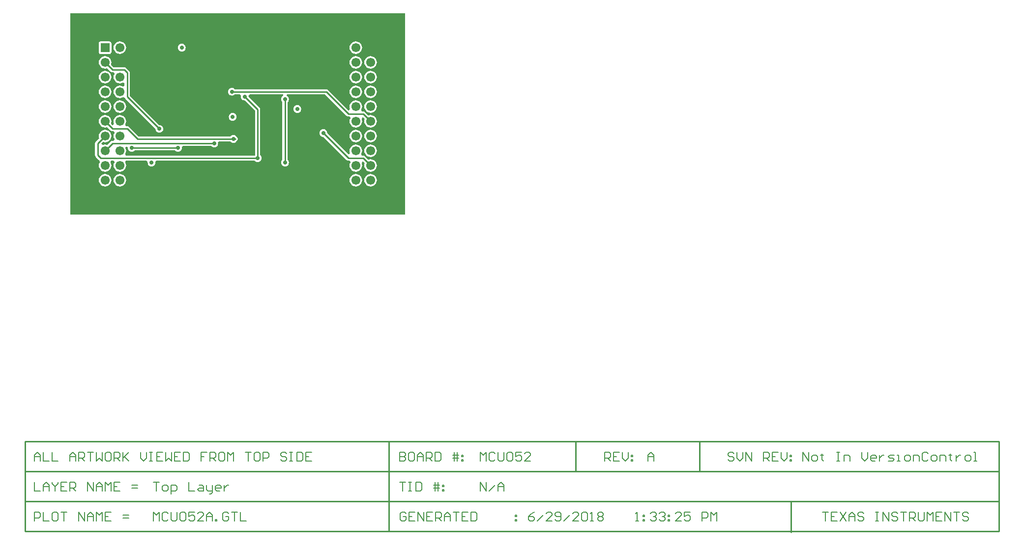
<source format=gtl>
G04 Layer_Physical_Order=1*
G04 Layer_Color=255*
%FSAX25Y25*%
%MOIN*%
G70*
G01*
G75*
%ADD10C,0.01000*%
%ADD11C,0.00800*%
%ADD12C,0.06102*%
G04:AMPARAMS|DCode=13|XSize=61.02mil|YSize=61.02mil|CornerRadius=1.83mil|HoleSize=0mil|Usage=FLASHONLY|Rotation=270.000|XOffset=0mil|YOffset=0mil|HoleType=Round|Shape=RoundedRectangle|*
%AMROUNDEDRECTD13*
21,1,0.06102,0.05736,0,0,270.0*
21,1,0.05736,0.06102,0,0,270.0*
1,1,0.00366,-0.02868,-0.02868*
1,1,0.00366,-0.02868,0.02868*
1,1,0.00366,0.02868,0.02868*
1,1,0.00366,0.02868,-0.02868*
%
%ADD13ROUNDEDRECTD13*%
%ADD14C,0.02800*%
G36*
X0297671Y0254929D02*
X0070729D01*
Y0391871D01*
X0297671D01*
Y0254929D01*
D02*
G37*
%LPC*%
G36*
X0180700Y0324022D02*
X0180021Y0323933D01*
X0179389Y0323671D01*
X0178846Y0323254D01*
X0178429Y0322711D01*
X0178167Y0322079D01*
X0178078Y0321400D01*
X0178167Y0320721D01*
X0178429Y0320089D01*
X0178846Y0319546D01*
X0179389Y0319129D01*
X0180021Y0318867D01*
X0180700Y0318778D01*
X0181379Y0318867D01*
X0182011Y0319129D01*
X0182554Y0319546D01*
X0182971Y0320089D01*
X0183233Y0320721D01*
X0183322Y0321400D01*
X0183233Y0322079D01*
X0182971Y0322711D01*
X0182554Y0323254D01*
X0182011Y0323671D01*
X0181379Y0323933D01*
X0180700Y0324022D01*
D02*
G37*
G36*
X0180263Y0341085D02*
X0179584Y0340996D01*
X0178952Y0340734D01*
X0178409Y0340317D01*
X0177992Y0339774D01*
X0177730Y0339142D01*
X0177641Y0338463D01*
X0177730Y0337784D01*
X0177992Y0337152D01*
X0178409Y0336609D01*
X0178952Y0336192D01*
X0179584Y0335930D01*
X0180263Y0335841D01*
X0180942Y0335930D01*
X0181574Y0336192D01*
X0182117Y0336609D01*
X0182210Y0336730D01*
X0185693D01*
X0186372Y0335829D01*
X0186382Y0335730D01*
X0186302Y0335124D01*
X0186391Y0334446D01*
X0186653Y0333813D01*
X0187070Y0333270D01*
X0187613Y0332853D01*
X0188246Y0332591D01*
X0188924Y0332502D01*
X0189076Y0332522D01*
X0195938Y0325660D01*
Y0295347D01*
X0195817Y0295254D01*
X0195724Y0295133D01*
X0108312D01*
X0107819Y0296133D01*
X0107913Y0296256D01*
X0108342Y0297290D01*
X0108488Y0298400D01*
X0108342Y0299510D01*
X0108035Y0300250D01*
X0108434Y0301040D01*
X0108642Y0301238D01*
X0108881Y0301248D01*
X0109580Y0300414D01*
X0109578Y0300400D01*
X0109667Y0299721D01*
X0109929Y0299089D01*
X0110346Y0298546D01*
X0110889Y0298129D01*
X0111521Y0297867D01*
X0112200Y0297778D01*
X0112879Y0297867D01*
X0113511Y0298129D01*
X0114054Y0298546D01*
X0114147Y0298667D01*
X0141753D01*
X0141846Y0298546D01*
X0142389Y0298129D01*
X0143021Y0297867D01*
X0143700Y0297778D01*
X0144379Y0297867D01*
X0145011Y0298129D01*
X0145554Y0298546D01*
X0145971Y0299089D01*
X0146233Y0299721D01*
X0146322Y0300400D01*
X0146287Y0300667D01*
X0146960Y0301667D01*
X0166253D01*
X0166346Y0301546D01*
X0166889Y0301129D01*
X0167521Y0300867D01*
X0168200Y0300778D01*
X0168879Y0300867D01*
X0169511Y0301129D01*
X0170054Y0301546D01*
X0170471Y0302089D01*
X0170733Y0302721D01*
X0170822Y0303400D01*
X0170787Y0303667D01*
X0171460Y0304667D01*
X0179253D01*
X0179346Y0304546D01*
X0179889Y0304129D01*
X0180521Y0303867D01*
X0181200Y0303778D01*
X0181879Y0303867D01*
X0182511Y0304129D01*
X0183054Y0304546D01*
X0183339Y0304917D01*
X0183725Y0305174D01*
X0184101Y0305737D01*
X0184232Y0306400D01*
X0184101Y0307063D01*
X0183725Y0307626D01*
X0183339Y0307884D01*
X0183054Y0308254D01*
X0182511Y0308671D01*
X0181879Y0308933D01*
X0181200Y0309022D01*
X0180521Y0308933D01*
X0179889Y0308671D01*
X0179346Y0308254D01*
X0179253Y0308133D01*
X0116918D01*
X0110426Y0314626D01*
X0109863Y0315001D01*
X0109200Y0315133D01*
X0108312D01*
X0107819Y0316133D01*
X0107913Y0316256D01*
X0108342Y0317290D01*
X0108488Y0318400D01*
X0108342Y0319510D01*
X0107913Y0320544D01*
X0107232Y0321432D01*
X0106344Y0322113D01*
X0105310Y0322542D01*
X0104200Y0322688D01*
X0103090Y0322542D01*
X0102056Y0322113D01*
X0101168Y0321432D01*
X0100487Y0320544D01*
X0100058Y0319510D01*
X0099912Y0318400D01*
X0100058Y0317290D01*
X0100207Y0316932D01*
X0099615Y0315821D01*
X0099285Y0315766D01*
X0098172Y0316880D01*
X0098342Y0317290D01*
X0098488Y0318400D01*
X0098342Y0319510D01*
X0097913Y0320544D01*
X0097232Y0321432D01*
X0096344Y0322113D01*
X0095310Y0322542D01*
X0094200Y0322688D01*
X0093090Y0322542D01*
X0092056Y0322113D01*
X0091168Y0321432D01*
X0090487Y0320544D01*
X0090058Y0319510D01*
X0089912Y0318400D01*
X0090058Y0317290D01*
X0090487Y0316256D01*
X0091168Y0315368D01*
X0092056Y0314687D01*
X0093090Y0314258D01*
X0094200Y0314112D01*
X0095310Y0314258D01*
X0095720Y0314428D01*
X0097974Y0312174D01*
X0098537Y0311799D01*
X0099200Y0311667D01*
X0100088D01*
X0100581Y0310667D01*
X0100487Y0310544D01*
X0100058Y0309510D01*
X0099912Y0308400D01*
X0100058Y0307290D01*
X0100487Y0306256D01*
X0100581Y0306133D01*
X0100088Y0305133D01*
X0099200D01*
X0098537Y0305001D01*
X0097974Y0304626D01*
X0095720Y0302372D01*
X0095310Y0302542D01*
X0094200Y0302688D01*
X0093090Y0302542D01*
X0092732Y0302393D01*
X0091621Y0302985D01*
X0091566Y0303315D01*
X0092680Y0304428D01*
X0093090Y0304258D01*
X0094200Y0304112D01*
X0095310Y0304258D01*
X0096344Y0304687D01*
X0097232Y0305368D01*
X0097913Y0306256D01*
X0098342Y0307290D01*
X0098488Y0308400D01*
X0098342Y0309510D01*
X0097913Y0310544D01*
X0097232Y0311432D01*
X0096344Y0312113D01*
X0095310Y0312542D01*
X0094200Y0312688D01*
X0093090Y0312542D01*
X0092056Y0312113D01*
X0091168Y0311432D01*
X0090487Y0310544D01*
X0090058Y0309510D01*
X0089912Y0308400D01*
X0090058Y0307290D01*
X0090228Y0306880D01*
X0087974Y0304626D01*
X0087599Y0304063D01*
X0087467Y0303400D01*
Y0295400D01*
X0087599Y0294737D01*
X0087974Y0294174D01*
X0089974Y0292174D01*
X0090307Y0291952D01*
X0090616Y0291068D01*
X0090650Y0290757D01*
X0090487Y0290544D01*
X0090058Y0289510D01*
X0089912Y0288400D01*
X0090058Y0287290D01*
X0090487Y0286256D01*
X0091168Y0285368D01*
X0092056Y0284687D01*
X0093090Y0284258D01*
X0094200Y0284112D01*
X0095310Y0284258D01*
X0096344Y0284687D01*
X0097232Y0285368D01*
X0097913Y0286256D01*
X0098342Y0287290D01*
X0098488Y0288400D01*
X0098342Y0289510D01*
X0097913Y0290544D01*
X0097819Y0290667D01*
X0098312Y0291667D01*
X0100088D01*
X0100581Y0290667D01*
X0100487Y0290544D01*
X0100058Y0289510D01*
X0099912Y0288400D01*
X0100058Y0287290D01*
X0100487Y0286256D01*
X0101168Y0285368D01*
X0102056Y0284687D01*
X0103090Y0284258D01*
X0104200Y0284112D01*
X0105310Y0284258D01*
X0106344Y0284687D01*
X0107232Y0285368D01*
X0107913Y0286256D01*
X0108342Y0287290D01*
X0108488Y0288400D01*
X0108342Y0289510D01*
X0107913Y0290544D01*
X0107819Y0290667D01*
X0108312Y0291667D01*
X0122440D01*
X0123113Y0290667D01*
X0123078Y0290400D01*
X0123167Y0289721D01*
X0123429Y0289089D01*
X0123846Y0288546D01*
X0124389Y0288129D01*
X0125021Y0287867D01*
X0125700Y0287778D01*
X0126379Y0287867D01*
X0127011Y0288129D01*
X0127554Y0288546D01*
X0127971Y0289089D01*
X0128233Y0289721D01*
X0128323Y0290400D01*
X0128287Y0290667D01*
X0128961Y0291667D01*
X0195724D01*
X0195817Y0291546D01*
X0196360Y0291129D01*
X0196992Y0290867D01*
X0197671Y0290778D01*
X0198350Y0290867D01*
X0198982Y0291129D01*
X0199525Y0291546D01*
X0199942Y0292089D01*
X0200204Y0292721D01*
X0200293Y0293400D01*
X0200204Y0294079D01*
X0199942Y0294711D01*
X0199525Y0295254D01*
X0199404Y0295347D01*
Y0326378D01*
X0199272Y0327041D01*
X0198897Y0327603D01*
X0191527Y0334973D01*
X0191547Y0335124D01*
X0191467Y0335730D01*
X0191477Y0335829D01*
X0192156Y0336730D01*
X0214831D01*
X0215030Y0335730D01*
X0214889Y0335671D01*
X0214346Y0335254D01*
X0213929Y0334711D01*
X0213667Y0334079D01*
X0213578Y0333400D01*
X0213667Y0332721D01*
X0213929Y0332089D01*
X0214346Y0331546D01*
X0214467Y0331453D01*
Y0292347D01*
X0214346Y0292254D01*
X0213929Y0291711D01*
X0213667Y0291079D01*
X0213578Y0290400D01*
X0213667Y0289721D01*
X0213929Y0289089D01*
X0214346Y0288546D01*
X0214889Y0288129D01*
X0215521Y0287867D01*
X0216200Y0287778D01*
X0216879Y0287867D01*
X0217511Y0288129D01*
X0218054Y0288546D01*
X0218471Y0289089D01*
X0218733Y0289721D01*
X0218822Y0290400D01*
X0218733Y0291079D01*
X0218471Y0291711D01*
X0218054Y0292254D01*
X0217933Y0292347D01*
Y0331453D01*
X0218054Y0331546D01*
X0218471Y0332089D01*
X0218733Y0332721D01*
X0218822Y0333400D01*
X0218733Y0334079D01*
X0218471Y0334711D01*
X0218054Y0335254D01*
X0217511Y0335671D01*
X0217370Y0335730D01*
X0217569Y0336730D01*
X0243419D01*
X0257974Y0322174D01*
X0257974Y0322174D01*
X0258537Y0321799D01*
X0259200Y0321667D01*
X0260088D01*
X0260581Y0320667D01*
X0260487Y0320544D01*
X0260058Y0319510D01*
X0259912Y0318400D01*
X0260058Y0317290D01*
X0260487Y0316256D01*
X0261168Y0315368D01*
X0262056Y0314687D01*
X0263090Y0314258D01*
X0264200Y0314112D01*
X0265310Y0314258D01*
X0266344Y0314687D01*
X0267232Y0315368D01*
X0267913Y0316256D01*
X0268342Y0317290D01*
X0268488Y0318400D01*
X0268342Y0319510D01*
X0268193Y0319868D01*
X0268785Y0320979D01*
X0269115Y0321034D01*
X0270228Y0319920D01*
X0270058Y0319510D01*
X0269912Y0318400D01*
X0270058Y0317290D01*
X0270487Y0316256D01*
X0271168Y0315368D01*
X0272056Y0314687D01*
X0273090Y0314258D01*
X0274200Y0314112D01*
X0275310Y0314258D01*
X0276344Y0314687D01*
X0277232Y0315368D01*
X0277913Y0316256D01*
X0278342Y0317290D01*
X0278488Y0318400D01*
X0278342Y0319510D01*
X0277913Y0320544D01*
X0277232Y0321432D01*
X0276344Y0322113D01*
X0275310Y0322542D01*
X0274200Y0322688D01*
X0273090Y0322542D01*
X0272680Y0322372D01*
X0270426Y0324626D01*
X0269863Y0325001D01*
X0269200Y0325133D01*
X0268312D01*
X0267819Y0326133D01*
X0267913Y0326256D01*
X0268342Y0327290D01*
X0268488Y0328400D01*
X0268342Y0329510D01*
X0267913Y0330544D01*
X0267232Y0331432D01*
X0266344Y0332113D01*
X0265310Y0332542D01*
X0264200Y0332688D01*
X0263090Y0332542D01*
X0262056Y0332113D01*
X0261168Y0331432D01*
X0260487Y0330544D01*
X0260058Y0329510D01*
X0259912Y0328400D01*
X0260058Y0327290D01*
X0260207Y0326932D01*
X0259615Y0325821D01*
X0259285Y0325766D01*
X0245363Y0339689D01*
X0244800Y0340064D01*
X0244137Y0340196D01*
X0182210D01*
X0182117Y0340317D01*
X0181574Y0340734D01*
X0180942Y0340996D01*
X0180263Y0341085D01*
D02*
G37*
G36*
X0274200Y0312688D02*
X0273090Y0312542D01*
X0272056Y0312113D01*
X0271168Y0311432D01*
X0270487Y0310544D01*
X0270058Y0309510D01*
X0269912Y0308400D01*
X0270058Y0307290D01*
X0270487Y0306256D01*
X0271168Y0305368D01*
X0272056Y0304687D01*
X0273090Y0304258D01*
X0274200Y0304112D01*
X0275310Y0304258D01*
X0276344Y0304687D01*
X0277232Y0305368D01*
X0277913Y0306256D01*
X0278342Y0307290D01*
X0278488Y0308400D01*
X0278342Y0309510D01*
X0277913Y0310544D01*
X0277232Y0311432D01*
X0276344Y0312113D01*
X0275310Y0312542D01*
X0274200Y0312688D01*
D02*
G37*
G36*
Y0332688D02*
X0273090Y0332542D01*
X0272056Y0332113D01*
X0271168Y0331432D01*
X0270487Y0330544D01*
X0270058Y0329510D01*
X0269912Y0328400D01*
X0270058Y0327290D01*
X0270487Y0326256D01*
X0271168Y0325368D01*
X0272056Y0324687D01*
X0273090Y0324258D01*
X0274200Y0324112D01*
X0275310Y0324258D01*
X0276344Y0324687D01*
X0277232Y0325368D01*
X0277913Y0326256D01*
X0278342Y0327290D01*
X0278488Y0328400D01*
X0278342Y0329510D01*
X0277913Y0330544D01*
X0277232Y0331432D01*
X0276344Y0332113D01*
X0275310Y0332542D01*
X0274200Y0332688D01*
D02*
G37*
G36*
X0104200D02*
X0103090Y0332542D01*
X0102056Y0332113D01*
X0101168Y0331432D01*
X0100487Y0330544D01*
X0100058Y0329510D01*
X0099912Y0328400D01*
X0100058Y0327290D01*
X0100487Y0326256D01*
X0101168Y0325368D01*
X0102056Y0324687D01*
X0103090Y0324258D01*
X0104200Y0324112D01*
X0105310Y0324258D01*
X0106344Y0324687D01*
X0107232Y0325368D01*
X0107913Y0326256D01*
X0108342Y0327290D01*
X0108488Y0328400D01*
X0108342Y0329510D01*
X0107913Y0330544D01*
X0107232Y0331432D01*
X0106344Y0332113D01*
X0105310Y0332542D01*
X0104200Y0332688D01*
D02*
G37*
G36*
X0094200D02*
X0093090Y0332542D01*
X0092056Y0332113D01*
X0091168Y0331432D01*
X0090487Y0330544D01*
X0090058Y0329510D01*
X0089912Y0328400D01*
X0090058Y0327290D01*
X0090487Y0326256D01*
X0091168Y0325368D01*
X0092056Y0324687D01*
X0093090Y0324258D01*
X0094200Y0324112D01*
X0095310Y0324258D01*
X0096344Y0324687D01*
X0097232Y0325368D01*
X0097913Y0326256D01*
X0098342Y0327290D01*
X0098488Y0328400D01*
X0098342Y0329510D01*
X0097913Y0330544D01*
X0097232Y0331432D01*
X0096344Y0332113D01*
X0095310Y0332542D01*
X0094200Y0332688D01*
D02*
G37*
G36*
X0264200Y0312688D02*
X0263090Y0312542D01*
X0262056Y0312113D01*
X0261168Y0311432D01*
X0260487Y0310544D01*
X0260058Y0309510D01*
X0259912Y0308400D01*
X0260058Y0307290D01*
X0260487Y0306256D01*
X0261168Y0305368D01*
X0262056Y0304687D01*
X0263090Y0304258D01*
X0264200Y0304112D01*
X0265310Y0304258D01*
X0266344Y0304687D01*
X0267232Y0305368D01*
X0267913Y0306256D01*
X0268342Y0307290D01*
X0268488Y0308400D01*
X0268342Y0309510D01*
X0267913Y0310544D01*
X0267232Y0311432D01*
X0266344Y0312113D01*
X0265310Y0312542D01*
X0264200Y0312688D01*
D02*
G37*
G36*
Y0282688D02*
X0263090Y0282542D01*
X0262056Y0282113D01*
X0261168Y0281432D01*
X0260487Y0280544D01*
X0260058Y0279510D01*
X0259912Y0278400D01*
X0260058Y0277290D01*
X0260487Y0276256D01*
X0261168Y0275368D01*
X0262056Y0274687D01*
X0263090Y0274258D01*
X0264200Y0274112D01*
X0265310Y0274258D01*
X0266344Y0274687D01*
X0267232Y0275368D01*
X0267913Y0276256D01*
X0268342Y0277290D01*
X0268488Y0278400D01*
X0268342Y0279510D01*
X0267913Y0280544D01*
X0267232Y0281432D01*
X0266344Y0282113D01*
X0265310Y0282542D01*
X0264200Y0282688D01*
D02*
G37*
G36*
X0104200D02*
X0103090Y0282542D01*
X0102056Y0282113D01*
X0101168Y0281432D01*
X0100487Y0280544D01*
X0100058Y0279510D01*
X0099912Y0278400D01*
X0100058Y0277290D01*
X0100487Y0276256D01*
X0101168Y0275368D01*
X0102056Y0274687D01*
X0103090Y0274258D01*
X0104200Y0274112D01*
X0105310Y0274258D01*
X0106344Y0274687D01*
X0107232Y0275368D01*
X0107913Y0276256D01*
X0108342Y0277290D01*
X0108488Y0278400D01*
X0108342Y0279510D01*
X0107913Y0280544D01*
X0107232Y0281432D01*
X0106344Y0282113D01*
X0105310Y0282542D01*
X0104200Y0282688D01*
D02*
G37*
G36*
X0094200D02*
X0093090Y0282542D01*
X0092056Y0282113D01*
X0091168Y0281432D01*
X0090487Y0280544D01*
X0090058Y0279510D01*
X0089912Y0278400D01*
X0090058Y0277290D01*
X0090487Y0276256D01*
X0091168Y0275368D01*
X0092056Y0274687D01*
X0093090Y0274258D01*
X0094200Y0274112D01*
X0095310Y0274258D01*
X0096344Y0274687D01*
X0097232Y0275368D01*
X0097913Y0276256D01*
X0098342Y0277290D01*
X0098488Y0278400D01*
X0098342Y0279510D01*
X0097913Y0280544D01*
X0097232Y0281432D01*
X0096344Y0282113D01*
X0095310Y0282542D01*
X0094200Y0282688D01*
D02*
G37*
G36*
X0274200Y0302688D02*
X0273090Y0302542D01*
X0272056Y0302113D01*
X0271168Y0301432D01*
X0270487Y0300544D01*
X0270058Y0299510D01*
X0269912Y0298400D01*
X0270058Y0297290D01*
X0270487Y0296256D01*
X0271168Y0295368D01*
X0272056Y0294687D01*
X0273090Y0294258D01*
X0274200Y0294112D01*
X0275310Y0294258D01*
X0276344Y0294687D01*
X0277232Y0295368D01*
X0277913Y0296256D01*
X0278342Y0297290D01*
X0278488Y0298400D01*
X0278342Y0299510D01*
X0277913Y0300544D01*
X0277232Y0301432D01*
X0276344Y0302113D01*
X0275310Y0302542D01*
X0274200Y0302688D01*
D02*
G37*
G36*
X0242200Y0313022D02*
X0241521Y0312933D01*
X0240889Y0312671D01*
X0240346Y0312254D01*
X0239929Y0311711D01*
X0239667Y0311079D01*
X0239578Y0310400D01*
X0239667Y0309721D01*
X0239929Y0309089D01*
X0240346Y0308546D01*
X0240889Y0308129D01*
X0241521Y0307867D01*
X0242200Y0307778D01*
X0242351Y0307798D01*
X0257974Y0292174D01*
X0258537Y0291799D01*
X0259200Y0291667D01*
X0260088D01*
X0260581Y0290667D01*
X0260487Y0290544D01*
X0260058Y0289510D01*
X0259912Y0288400D01*
X0260058Y0287290D01*
X0260487Y0286256D01*
X0261168Y0285368D01*
X0262056Y0284687D01*
X0263090Y0284258D01*
X0264200Y0284112D01*
X0265310Y0284258D01*
X0266344Y0284687D01*
X0267232Y0285368D01*
X0267913Y0286256D01*
X0268342Y0287290D01*
X0268488Y0288400D01*
X0268342Y0289510D01*
X0268193Y0289868D01*
X0268785Y0290979D01*
X0269115Y0291034D01*
X0270228Y0289920D01*
X0270058Y0289510D01*
X0269912Y0288400D01*
X0270058Y0287290D01*
X0270487Y0286256D01*
X0271168Y0285368D01*
X0272056Y0284687D01*
X0273090Y0284258D01*
X0274200Y0284112D01*
X0275310Y0284258D01*
X0276344Y0284687D01*
X0277232Y0285368D01*
X0277913Y0286256D01*
X0278342Y0287290D01*
X0278488Y0288400D01*
X0278342Y0289510D01*
X0277913Y0290544D01*
X0277232Y0291432D01*
X0276344Y0292113D01*
X0275310Y0292542D01*
X0274200Y0292688D01*
X0273090Y0292542D01*
X0272680Y0292372D01*
X0270426Y0294626D01*
X0269863Y0295001D01*
X0269200Y0295133D01*
X0268312D01*
X0267819Y0296133D01*
X0267913Y0296256D01*
X0268342Y0297290D01*
X0268488Y0298400D01*
X0268342Y0299510D01*
X0267913Y0300544D01*
X0267232Y0301432D01*
X0266344Y0302113D01*
X0265310Y0302542D01*
X0264200Y0302688D01*
X0263090Y0302542D01*
X0262056Y0302113D01*
X0261168Y0301432D01*
X0260487Y0300544D01*
X0260058Y0299510D01*
X0259912Y0298400D01*
X0260058Y0297290D01*
X0260207Y0296932D01*
X0259615Y0295821D01*
X0259285Y0295766D01*
X0244802Y0310249D01*
X0244822Y0310400D01*
X0244733Y0311079D01*
X0244471Y0311711D01*
X0244054Y0312254D01*
X0243511Y0312671D01*
X0242879Y0312933D01*
X0242200Y0313022D01*
D02*
G37*
G36*
X0274200Y0282688D02*
X0273090Y0282542D01*
X0272056Y0282113D01*
X0271168Y0281432D01*
X0270487Y0280544D01*
X0270058Y0279510D01*
X0269912Y0278400D01*
X0270058Y0277290D01*
X0270487Y0276256D01*
X0271168Y0275368D01*
X0272056Y0274687D01*
X0273090Y0274258D01*
X0274200Y0274112D01*
X0275310Y0274258D01*
X0276344Y0274687D01*
X0277232Y0275368D01*
X0277913Y0276256D01*
X0278342Y0277290D01*
X0278488Y0278400D01*
X0278342Y0279510D01*
X0277913Y0280544D01*
X0277232Y0281432D01*
X0276344Y0282113D01*
X0275310Y0282542D01*
X0274200Y0282688D01*
D02*
G37*
G36*
Y0362688D02*
X0273090Y0362542D01*
X0272056Y0362113D01*
X0271168Y0361432D01*
X0270487Y0360544D01*
X0270058Y0359510D01*
X0269912Y0358400D01*
X0270058Y0357290D01*
X0270487Y0356256D01*
X0271168Y0355368D01*
X0272056Y0354687D01*
X0273090Y0354258D01*
X0274200Y0354112D01*
X0275310Y0354258D01*
X0276344Y0354687D01*
X0277232Y0355368D01*
X0277913Y0356256D01*
X0278342Y0357290D01*
X0278488Y0358400D01*
X0278342Y0359510D01*
X0277913Y0360544D01*
X0277232Y0361432D01*
X0276344Y0362113D01*
X0275310Y0362542D01*
X0274200Y0362688D01*
D02*
G37*
G36*
X0264200D02*
X0263090Y0362542D01*
X0262056Y0362113D01*
X0261168Y0361432D01*
X0260487Y0360544D01*
X0260058Y0359510D01*
X0259912Y0358400D01*
X0260058Y0357290D01*
X0260487Y0356256D01*
X0261168Y0355368D01*
X0262056Y0354687D01*
X0263090Y0354258D01*
X0264200Y0354112D01*
X0265310Y0354258D01*
X0266344Y0354687D01*
X0267232Y0355368D01*
X0267913Y0356256D01*
X0268342Y0357290D01*
X0268488Y0358400D01*
X0268342Y0359510D01*
X0267913Y0360544D01*
X0267232Y0361432D01*
X0266344Y0362113D01*
X0265310Y0362542D01*
X0264200Y0362688D01*
D02*
G37*
G36*
X0274200Y0352688D02*
X0273090Y0352542D01*
X0272056Y0352113D01*
X0271168Y0351432D01*
X0270487Y0350544D01*
X0270058Y0349510D01*
X0269912Y0348400D01*
X0270058Y0347290D01*
X0270487Y0346256D01*
X0271168Y0345368D01*
X0272056Y0344687D01*
X0273090Y0344258D01*
X0274200Y0344112D01*
X0275310Y0344258D01*
X0276344Y0344687D01*
X0277232Y0345368D01*
X0277913Y0346256D01*
X0278342Y0347290D01*
X0278488Y0348400D01*
X0278342Y0349510D01*
X0277913Y0350544D01*
X0277232Y0351432D01*
X0276344Y0352113D01*
X0275310Y0352542D01*
X0274200Y0352688D01*
D02*
G37*
G36*
X0104200Y0372688D02*
X0103090Y0372542D01*
X0102056Y0372113D01*
X0101168Y0371432D01*
X0100487Y0370544D01*
X0100058Y0369510D01*
X0099912Y0368400D01*
X0100058Y0367290D01*
X0100487Y0366256D01*
X0101168Y0365368D01*
X0102056Y0364687D01*
X0103090Y0364258D01*
X0104200Y0364112D01*
X0105310Y0364258D01*
X0106344Y0364687D01*
X0107232Y0365368D01*
X0107913Y0366256D01*
X0108342Y0367290D01*
X0108488Y0368400D01*
X0108342Y0369510D01*
X0107913Y0370544D01*
X0107232Y0371432D01*
X0106344Y0372113D01*
X0105310Y0372542D01*
X0104200Y0372688D01*
D02*
G37*
G36*
X0146200Y0371022D02*
X0145521Y0370933D01*
X0144889Y0370671D01*
X0144346Y0370254D01*
X0143929Y0369711D01*
X0143667Y0369079D01*
X0143578Y0368400D01*
X0143667Y0367721D01*
X0143929Y0367089D01*
X0144346Y0366546D01*
X0144889Y0366129D01*
X0145521Y0365867D01*
X0146200Y0365778D01*
X0146879Y0365867D01*
X0147511Y0366129D01*
X0148054Y0366546D01*
X0148471Y0367089D01*
X0148733Y0367721D01*
X0148822Y0368400D01*
X0148733Y0369079D01*
X0148471Y0369711D01*
X0148054Y0370254D01*
X0147511Y0370671D01*
X0146879Y0370933D01*
X0146200Y0371022D01*
D02*
G37*
G36*
X0097068Y0372678D02*
X0091332D01*
X0090792Y0372571D01*
X0090335Y0372265D01*
X0090029Y0371808D01*
X0089922Y0371268D01*
Y0365532D01*
X0090029Y0364992D01*
X0090335Y0364535D01*
X0090792Y0364229D01*
X0091332Y0364122D01*
X0097068D01*
X0097608Y0364229D01*
X0098065Y0364535D01*
X0098371Y0364992D01*
X0098478Y0365532D01*
Y0371268D01*
X0098371Y0371808D01*
X0098065Y0372265D01*
X0097608Y0372571D01*
X0097068Y0372678D01*
D02*
G37*
G36*
X0264200Y0372688D02*
X0263090Y0372542D01*
X0262056Y0372113D01*
X0261168Y0371432D01*
X0260487Y0370544D01*
X0260058Y0369510D01*
X0259912Y0368400D01*
X0260058Y0367290D01*
X0260487Y0366256D01*
X0261168Y0365368D01*
X0262056Y0364687D01*
X0263090Y0364258D01*
X0264200Y0364112D01*
X0265310Y0364258D01*
X0266344Y0364687D01*
X0267232Y0365368D01*
X0267913Y0366256D01*
X0268342Y0367290D01*
X0268488Y0368400D01*
X0268342Y0369510D01*
X0267913Y0370544D01*
X0267232Y0371432D01*
X0266344Y0372113D01*
X0265310Y0372542D01*
X0264200Y0372688D01*
D02*
G37*
G36*
Y0342688D02*
X0263090Y0342542D01*
X0262056Y0342113D01*
X0261168Y0341432D01*
X0260487Y0340544D01*
X0260058Y0339510D01*
X0259912Y0338400D01*
X0260058Y0337290D01*
X0260487Y0336256D01*
X0261168Y0335368D01*
X0262056Y0334687D01*
X0263090Y0334258D01*
X0264200Y0334112D01*
X0265310Y0334258D01*
X0266344Y0334687D01*
X0267232Y0335368D01*
X0267913Y0336256D01*
X0268342Y0337290D01*
X0268488Y0338400D01*
X0268342Y0339510D01*
X0267913Y0340544D01*
X0267232Y0341432D01*
X0266344Y0342113D01*
X0265310Y0342542D01*
X0264200Y0342688D01*
D02*
G37*
G36*
X0094200D02*
X0093090Y0342542D01*
X0092056Y0342113D01*
X0091168Y0341432D01*
X0090487Y0340544D01*
X0090058Y0339510D01*
X0089912Y0338400D01*
X0090058Y0337290D01*
X0090487Y0336256D01*
X0091168Y0335368D01*
X0092056Y0334687D01*
X0093090Y0334258D01*
X0094200Y0334112D01*
X0095310Y0334258D01*
X0096344Y0334687D01*
X0097232Y0335368D01*
X0097913Y0336256D01*
X0098342Y0337290D01*
X0098488Y0338400D01*
X0098342Y0339510D01*
X0097913Y0340544D01*
X0097232Y0341432D01*
X0096344Y0342113D01*
X0095310Y0342542D01*
X0094200Y0342688D01*
D02*
G37*
G36*
X0224550Y0329373D02*
X0223872Y0329283D01*
X0223239Y0329022D01*
X0222696Y0328605D01*
X0222279Y0328062D01*
X0222017Y0327429D01*
X0221928Y0326750D01*
X0222017Y0326072D01*
X0222279Y0325439D01*
X0222696Y0324896D01*
X0223239Y0324479D01*
X0223872Y0324217D01*
X0224550Y0324128D01*
X0225229Y0324217D01*
X0225862Y0324479D01*
X0226405Y0324896D01*
X0226821Y0325439D01*
X0227083Y0326072D01*
X0227173Y0326750D01*
X0227083Y0327429D01*
X0226821Y0328062D01*
X0226405Y0328605D01*
X0225862Y0329022D01*
X0225229Y0329283D01*
X0224550Y0329373D01*
D02*
G37*
G36*
X0274200Y0342688D02*
X0273090Y0342542D01*
X0272056Y0342113D01*
X0271168Y0341432D01*
X0270487Y0340544D01*
X0270058Y0339510D01*
X0269912Y0338400D01*
X0270058Y0337290D01*
X0270487Y0336256D01*
X0271168Y0335368D01*
X0272056Y0334687D01*
X0273090Y0334258D01*
X0274200Y0334112D01*
X0275310Y0334258D01*
X0276344Y0334687D01*
X0277232Y0335368D01*
X0277913Y0336256D01*
X0278342Y0337290D01*
X0278488Y0338400D01*
X0278342Y0339510D01*
X0277913Y0340544D01*
X0277232Y0341432D01*
X0276344Y0342113D01*
X0275310Y0342542D01*
X0274200Y0342688D01*
D02*
G37*
G36*
X0264200Y0352688D02*
X0263090Y0352542D01*
X0262056Y0352113D01*
X0261168Y0351432D01*
X0260487Y0350544D01*
X0260058Y0349510D01*
X0259912Y0348400D01*
X0260058Y0347290D01*
X0260487Y0346256D01*
X0261168Y0345368D01*
X0262056Y0344687D01*
X0263090Y0344258D01*
X0264200Y0344112D01*
X0265310Y0344258D01*
X0266344Y0344687D01*
X0267232Y0345368D01*
X0267913Y0346256D01*
X0268342Y0347290D01*
X0268488Y0348400D01*
X0268342Y0349510D01*
X0267913Y0350544D01*
X0267232Y0351432D01*
X0266344Y0352113D01*
X0265310Y0352542D01*
X0264200Y0352688D01*
D02*
G37*
G36*
X0094200D02*
X0093090Y0352542D01*
X0092056Y0352113D01*
X0091168Y0351432D01*
X0090487Y0350544D01*
X0090058Y0349510D01*
X0089912Y0348400D01*
X0090058Y0347290D01*
X0090487Y0346256D01*
X0091168Y0345368D01*
X0092056Y0344687D01*
X0093090Y0344258D01*
X0094200Y0344112D01*
X0095310Y0344258D01*
X0096344Y0344687D01*
X0097232Y0345368D01*
X0097913Y0346256D01*
X0098342Y0347290D01*
X0098488Y0348400D01*
X0098342Y0349510D01*
X0097913Y0350544D01*
X0097232Y0351432D01*
X0096344Y0352113D01*
X0095310Y0352542D01*
X0094200Y0352688D01*
D02*
G37*
G36*
Y0362688D02*
X0093090Y0362542D01*
X0092056Y0362113D01*
X0091168Y0361432D01*
X0090487Y0360544D01*
X0090058Y0359510D01*
X0089912Y0358400D01*
X0090058Y0357290D01*
X0090487Y0356256D01*
X0091168Y0355368D01*
X0092056Y0354687D01*
X0093090Y0354258D01*
X0094200Y0354112D01*
X0095310Y0354258D01*
X0095720Y0354428D01*
X0097974Y0352174D01*
X0098537Y0351799D01*
X0099200Y0351667D01*
X0100088D01*
X0100581Y0350667D01*
X0100487Y0350544D01*
X0100058Y0349510D01*
X0099912Y0348400D01*
X0100058Y0347290D01*
X0100487Y0346256D01*
X0101168Y0345368D01*
X0102056Y0344687D01*
X0103090Y0344258D01*
X0104200Y0344112D01*
X0105310Y0344258D01*
X0106344Y0344687D01*
X0106467Y0344781D01*
X0107467Y0344288D01*
Y0342512D01*
X0106467Y0342019D01*
X0106344Y0342113D01*
X0105310Y0342542D01*
X0104200Y0342688D01*
X0103090Y0342542D01*
X0102056Y0342113D01*
X0101168Y0341432D01*
X0100487Y0340544D01*
X0100058Y0339510D01*
X0099912Y0338400D01*
X0100058Y0337290D01*
X0100487Y0336256D01*
X0101168Y0335368D01*
X0102056Y0334687D01*
X0103090Y0334258D01*
X0104200Y0334112D01*
X0105310Y0334258D01*
X0106344Y0334687D01*
X0106505Y0334810D01*
X0107591Y0334440D01*
X0107620Y0334405D01*
X0107974Y0333875D01*
X0128448Y0313402D01*
X0128428Y0313250D01*
X0128517Y0312572D01*
X0128779Y0311939D01*
X0129196Y0311396D01*
X0129739Y0310979D01*
X0130372Y0310717D01*
X0131050Y0310628D01*
X0131729Y0310717D01*
X0132362Y0310979D01*
X0132905Y0311396D01*
X0133321Y0311939D01*
X0133583Y0312572D01*
X0133673Y0313250D01*
X0133583Y0313929D01*
X0133321Y0314562D01*
X0132905Y0315105D01*
X0132362Y0315522D01*
X0131729Y0315784D01*
X0131050Y0315873D01*
X0130899Y0315853D01*
X0110933Y0335819D01*
Y0351400D01*
X0110801Y0352063D01*
X0110426Y0352626D01*
X0108426Y0354626D01*
X0107863Y0355001D01*
X0107200Y0355133D01*
X0099918D01*
X0098172Y0356880D01*
X0098342Y0357290D01*
X0098488Y0358400D01*
X0098342Y0359510D01*
X0097913Y0360544D01*
X0097232Y0361432D01*
X0096344Y0362113D01*
X0095310Y0362542D01*
X0094200Y0362688D01*
D02*
G37*
%LPD*%
G54D10*
X0216200Y0290400D02*
Y0333400D01*
X0112200Y0300400D02*
X0143700D01*
X0091200Y0293400D02*
X0197671D01*
X0259200Y0323400D02*
X0269200D01*
X0244137Y0338463D02*
X0259200Y0323400D01*
X0180263Y0338463D02*
X0244137D01*
X0188924Y0335124D02*
X0197671Y0326378D01*
X0099200Y0303400D02*
X0168200D01*
X0107200Y0353400D02*
X0109200Y0351400D01*
X0099200Y0353400D02*
X0107200D01*
X0094200Y0358400D02*
X0099200Y0353400D01*
X0109200Y0335101D02*
Y0351400D01*
X0089200Y0303400D02*
X0094200Y0308400D01*
X0089200Y0295400D02*
Y0303400D01*
Y0295400D02*
X0091200Y0293400D01*
X0242200Y0310400D02*
X0259200Y0293400D01*
X0269200D01*
X0274200Y0288400D01*
X0269200Y0323400D02*
X0274200Y0318400D01*
X0094200D02*
X0099200Y0313400D01*
X0094200Y0298400D02*
X0099200Y0303400D01*
X0109200Y0313400D02*
X0116200Y0306400D01*
X0099200Y0313400D02*
X0109200D01*
Y0335101D02*
X0131050Y0313250D01*
X0197671Y0293400D02*
Y0326378D01*
X0181200Y0306400D02*
X0182499D01*
X0116200D02*
X0181200D01*
X0497200Y0080717D02*
Y0101050D01*
X0413200Y0080717D02*
Y0101050D01*
X0040000Y0080717D02*
X0700200D01*
X0040000Y0060383D02*
X0700000D01*
X0040000Y0040050D02*
X0440500D01*
X0040050Y0101050D02*
X0700200D01*
X0040050Y0040050D02*
Y0101050D01*
Y0040050D02*
X0197600D01*
X0040000D02*
Y0101050D01*
X0286500Y0040050D02*
Y0101050D01*
X0700200Y0040050D02*
Y0101050D01*
X0440500Y0040050D02*
X0700200D01*
X0559400Y0039400D02*
Y0059683D01*
G54D11*
X0126900Y0073549D02*
X0130899D01*
X0128899D01*
Y0067551D01*
X0133898D02*
X0135897D01*
X0136897Y0068550D01*
Y0070550D01*
X0135897Y0071549D01*
X0133898D01*
X0132898Y0070550D01*
Y0068550D01*
X0133898Y0067551D01*
X0138896Y0065551D02*
Y0071549D01*
X0141895D01*
X0142895Y0070550D01*
Y0068550D01*
X0141895Y0067551D01*
X0138896D01*
X0150892Y0073549D02*
Y0067551D01*
X0154891D01*
X0157890Y0071549D02*
X0159889D01*
X0160889Y0070550D01*
Y0067551D01*
X0157890D01*
X0156890Y0068550D01*
X0157890Y0069550D01*
X0160889D01*
X0162888Y0071549D02*
Y0068550D01*
X0163888Y0067551D01*
X0166887D01*
Y0066551D01*
X0165887Y0065551D01*
X0164888D01*
X0166887Y0067551D02*
Y0071549D01*
X0171885Y0067551D02*
X0169886D01*
X0168886Y0068550D01*
Y0070550D01*
X0169886Y0071549D01*
X0171885D01*
X0172885Y0070550D01*
Y0069550D01*
X0168886D01*
X0174884Y0071549D02*
Y0067551D01*
Y0069550D01*
X0175884Y0070550D01*
X0176884Y0071549D01*
X0177884D01*
X0567400Y0087833D02*
Y0093831D01*
X0571399Y0087833D01*
Y0093831D01*
X0574398Y0087833D02*
X0576397D01*
X0577397Y0088833D01*
Y0090832D01*
X0576397Y0091832D01*
X0574398D01*
X0573398Y0090832D01*
Y0088833D01*
X0574398Y0087833D01*
X0580396Y0092832D02*
Y0091832D01*
X0579396D01*
X0581395D01*
X0580396D01*
Y0088833D01*
X0581395Y0087833D01*
X0590393Y0093831D02*
X0592392D01*
X0591392D01*
Y0087833D01*
X0590393D01*
X0592392D01*
X0595391D02*
Y0091832D01*
X0598390D01*
X0599390Y0090832D01*
Y0087833D01*
X0607387Y0093831D02*
Y0089833D01*
X0609386Y0087833D01*
X0611386Y0089833D01*
Y0093831D01*
X0616384Y0087833D02*
X0614385D01*
X0613385Y0088833D01*
Y0090832D01*
X0614385Y0091832D01*
X0616384D01*
X0617384Y0090832D01*
Y0089833D01*
X0613385D01*
X0619383Y0091832D02*
Y0087833D01*
Y0089833D01*
X0620383Y0090832D01*
X0621383Y0091832D01*
X0622382D01*
X0625381Y0087833D02*
X0628380D01*
X0629380Y0088833D01*
X0628380Y0089833D01*
X0626381D01*
X0625381Y0090832D01*
X0626381Y0091832D01*
X0629380D01*
X0631379Y0087833D02*
X0633379D01*
X0632379D01*
Y0091832D01*
X0631379D01*
X0637377Y0087833D02*
X0639377D01*
X0640376Y0088833D01*
Y0090832D01*
X0639377Y0091832D01*
X0637377D01*
X0636378Y0090832D01*
Y0088833D01*
X0637377Y0087833D01*
X0642376D02*
Y0091832D01*
X0645375D01*
X0646374Y0090832D01*
Y0087833D01*
X0652373Y0092832D02*
X0651373Y0093831D01*
X0649373D01*
X0648374Y0092832D01*
Y0088833D01*
X0649373Y0087833D01*
X0651373D01*
X0652373Y0088833D01*
X0655372Y0087833D02*
X0657371D01*
X0658371Y0088833D01*
Y0090832D01*
X0657371Y0091832D01*
X0655372D01*
X0654372Y0090832D01*
Y0088833D01*
X0655372Y0087833D01*
X0660370D02*
Y0091832D01*
X0663369D01*
X0664369Y0090832D01*
Y0087833D01*
X0667368Y0092832D02*
Y0091832D01*
X0666368D01*
X0668367D01*
X0667368D01*
Y0088833D01*
X0668367Y0087833D01*
X0671366Y0091832D02*
Y0087833D01*
Y0089833D01*
X0672366Y0090832D01*
X0673366Y0091832D01*
X0674365D01*
X0678364Y0087833D02*
X0680364D01*
X0681363Y0088833D01*
Y0090832D01*
X0680364Y0091832D01*
X0678364D01*
X0677364Y0090832D01*
Y0088833D01*
X0678364Y0087833D01*
X0683362D02*
X0685362D01*
X0684362D01*
Y0093831D01*
X0683362D01*
X0520799Y0092832D02*
X0519799Y0093831D01*
X0517800D01*
X0516800Y0092832D01*
Y0091832D01*
X0517800Y0090832D01*
X0519799D01*
X0520799Y0089833D01*
Y0088833D01*
X0519799Y0087833D01*
X0517800D01*
X0516800Y0088833D01*
X0522798Y0093831D02*
Y0089833D01*
X0524797Y0087833D01*
X0526797Y0089833D01*
Y0093831D01*
X0528796Y0087833D02*
Y0093831D01*
X0532795Y0087833D01*
Y0093831D01*
X0540792Y0087833D02*
Y0093831D01*
X0543791D01*
X0544791Y0092832D01*
Y0090832D01*
X0543791Y0089833D01*
X0540792D01*
X0542792D02*
X0544791Y0087833D01*
X0550789Y0093831D02*
X0546790D01*
Y0087833D01*
X0550789D01*
X0546790Y0090832D02*
X0548790D01*
X0552788Y0093831D02*
Y0089833D01*
X0554788Y0087833D01*
X0556787Y0089833D01*
Y0093831D01*
X0558786Y0091832D02*
X0559786D01*
Y0090832D01*
X0558786D01*
Y0091832D01*
Y0088833D02*
X0559786D01*
Y0087833D01*
X0558786D01*
Y0088833D01*
X0433000Y0087833D02*
Y0093831D01*
X0435999D01*
X0436999Y0092832D01*
Y0090832D01*
X0435999Y0089833D01*
X0433000D01*
X0434999D02*
X0436999Y0087833D01*
X0442997Y0093831D02*
X0438998D01*
Y0087833D01*
X0442997D01*
X0438998Y0090832D02*
X0440997D01*
X0444996Y0093831D02*
Y0089833D01*
X0446995Y0087833D01*
X0448995Y0089833D01*
Y0093831D01*
X0450994Y0091832D02*
X0451994D01*
Y0090832D01*
X0450994D01*
Y0091832D01*
Y0088833D02*
X0451994D01*
Y0087833D01*
X0450994D01*
Y0088833D01*
X0126900Y0046966D02*
Y0052965D01*
X0128899Y0050965D01*
X0130899Y0052965D01*
Y0046966D01*
X0136897Y0051965D02*
X0135897Y0052965D01*
X0133898D01*
X0132898Y0051965D01*
Y0047966D01*
X0133898Y0046966D01*
X0135897D01*
X0136897Y0047966D01*
X0138896Y0052965D02*
Y0047966D01*
X0139896Y0046966D01*
X0141895D01*
X0142895Y0047966D01*
Y0052965D01*
X0144894Y0051965D02*
X0145894Y0052965D01*
X0147893D01*
X0148893Y0051965D01*
Y0047966D01*
X0147893Y0046966D01*
X0145894D01*
X0144894Y0047966D01*
Y0051965D01*
X0154891Y0052965D02*
X0150892D01*
Y0049966D01*
X0152892Y0050965D01*
X0153891D01*
X0154891Y0049966D01*
Y0047966D01*
X0153891Y0046966D01*
X0151892D01*
X0150892Y0047966D01*
X0160889Y0046966D02*
X0156890D01*
X0160889Y0050965D01*
Y0051965D01*
X0159889Y0052965D01*
X0157890D01*
X0156890Y0051965D01*
X0162888Y0046966D02*
Y0050965D01*
X0164888Y0052965D01*
X0166887Y0050965D01*
Y0046966D01*
Y0049966D01*
X0162888D01*
X0168886Y0046966D02*
Y0047966D01*
X0169886D01*
Y0046966D01*
X0168886D01*
X0177884Y0051965D02*
X0176884Y0052965D01*
X0174884D01*
X0173885Y0051965D01*
Y0047966D01*
X0174884Y0046966D01*
X0176884D01*
X0177884Y0047966D01*
Y0049966D01*
X0175884D01*
X0179883Y0052965D02*
X0183882D01*
X0181882D01*
Y0046966D01*
X0185881Y0052965D02*
Y0046966D01*
X0189880D01*
X0385149Y0052965D02*
X0383149Y0051965D01*
X0381150Y0049966D01*
Y0047966D01*
X0382150Y0046966D01*
X0384149D01*
X0385149Y0047966D01*
Y0048966D01*
X0384149Y0049966D01*
X0381150D01*
X0387148Y0046966D02*
X0391147Y0050965D01*
X0397145Y0046966D02*
X0393146D01*
X0397145Y0050965D01*
Y0051965D01*
X0396145Y0052965D01*
X0394146D01*
X0393146Y0051965D01*
X0399144Y0047966D02*
X0400144Y0046966D01*
X0402143D01*
X0403143Y0047966D01*
Y0051965D01*
X0402143Y0052965D01*
X0400144D01*
X0399144Y0051965D01*
Y0050965D01*
X0400144Y0049966D01*
X0403143D01*
X0405142Y0046966D02*
X0409141Y0050965D01*
X0415139Y0046966D02*
X0411140D01*
X0415139Y0050965D01*
Y0051965D01*
X0414139Y0052965D01*
X0412140D01*
X0411140Y0051965D01*
X0417138D02*
X0418138Y0052965D01*
X0420137D01*
X0421137Y0051965D01*
Y0047966D01*
X0420137Y0046966D01*
X0418138D01*
X0417138Y0047966D01*
Y0051965D01*
X0423136Y0046966D02*
X0425136D01*
X0424136D01*
Y0052965D01*
X0423136Y0051965D01*
X0428135D02*
X0429135Y0052965D01*
X0431134D01*
X0432133Y0051965D01*
Y0050965D01*
X0431134Y0049966D01*
X0432133Y0048966D01*
Y0047966D01*
X0431134Y0046966D01*
X0429135D01*
X0428135Y0047966D01*
Y0048966D01*
X0429135Y0049966D01*
X0428135Y0050965D01*
Y0051965D01*
X0429135Y0049966D02*
X0431134D01*
X0298199Y0051965D02*
X0297199Y0052965D01*
X0295200D01*
X0294200Y0051965D01*
Y0047966D01*
X0295200Y0046966D01*
X0297199D01*
X0298199Y0047966D01*
Y0049966D01*
X0296199D01*
X0304197Y0052965D02*
X0300198D01*
Y0046966D01*
X0304197D01*
X0300198Y0049966D02*
X0302197D01*
X0306196Y0046966D02*
Y0052965D01*
X0310195Y0046966D01*
Y0052965D01*
X0316193D02*
X0312194D01*
Y0046966D01*
X0316193D01*
X0312194Y0049966D02*
X0314194D01*
X0318192Y0046966D02*
Y0052965D01*
X0321191D01*
X0322191Y0051965D01*
Y0049966D01*
X0321191Y0048966D01*
X0318192D01*
X0320192D02*
X0322191Y0046966D01*
X0324190D02*
Y0050965D01*
X0326190Y0052965D01*
X0328189Y0050965D01*
Y0046966D01*
Y0049966D01*
X0324190D01*
X0330188Y0052965D02*
X0334187D01*
X0332188D01*
Y0046966D01*
X0340185Y0052965D02*
X0336186D01*
Y0046966D01*
X0340185D01*
X0336186Y0049966D02*
X0338186D01*
X0342184Y0052965D02*
Y0046966D01*
X0345183D01*
X0346183Y0047966D01*
Y0051965D01*
X0345183Y0052965D01*
X0342184D01*
X0372175Y0050965D02*
X0373175D01*
Y0049966D01*
X0372175D01*
Y0050965D01*
Y0047966D02*
X0373175D01*
Y0046966D01*
X0372175D01*
Y0047966D01*
X0046350Y0087833D02*
Y0091832D01*
X0048349Y0093831D01*
X0050349Y0091832D01*
Y0087833D01*
Y0090832D01*
X0046350D01*
X0052348Y0093831D02*
Y0087833D01*
X0056347D01*
X0058346Y0093831D02*
Y0087833D01*
X0062345D01*
X0070342D02*
Y0091832D01*
X0072342Y0093831D01*
X0074341Y0091832D01*
Y0087833D01*
Y0090832D01*
X0070342D01*
X0076340Y0087833D02*
Y0093831D01*
X0079339D01*
X0080339Y0092832D01*
Y0090832D01*
X0079339Y0089833D01*
X0076340D01*
X0078340D02*
X0080339Y0087833D01*
X0082338Y0093831D02*
X0086337D01*
X0084338D01*
Y0087833D01*
X0088336Y0093831D02*
Y0087833D01*
X0090336Y0089833D01*
X0092335Y0087833D01*
Y0093831D01*
X0097334D02*
X0095334D01*
X0094335Y0092832D01*
Y0088833D01*
X0095334Y0087833D01*
X0097334D01*
X0098333Y0088833D01*
Y0092832D01*
X0097334Y0093831D01*
X0100332Y0087833D02*
Y0093831D01*
X0103332D01*
X0104331Y0092832D01*
Y0090832D01*
X0103332Y0089833D01*
X0100332D01*
X0102332D02*
X0104331Y0087833D01*
X0106331Y0093831D02*
Y0087833D01*
Y0089833D01*
X0110329Y0093831D01*
X0107330Y0090832D01*
X0110329Y0087833D01*
X0118327Y0093831D02*
Y0089833D01*
X0120326Y0087833D01*
X0122325Y0089833D01*
Y0093831D01*
X0124325D02*
X0126324D01*
X0125324D01*
Y0087833D01*
X0124325D01*
X0126324D01*
X0133322Y0093831D02*
X0129323D01*
Y0087833D01*
X0133322D01*
X0129323Y0090832D02*
X0131323D01*
X0135321Y0093831D02*
Y0087833D01*
X0137321Y0089833D01*
X0139320Y0087833D01*
Y0093831D01*
X0145318D02*
X0141319D01*
Y0087833D01*
X0145318D01*
X0141319Y0090832D02*
X0143319D01*
X0147317Y0093831D02*
Y0087833D01*
X0150316D01*
X0151316Y0088833D01*
Y0092832D01*
X0150316Y0093831D01*
X0147317D01*
X0163312D02*
X0159313D01*
Y0090832D01*
X0161313D01*
X0159313D01*
Y0087833D01*
X0165312D02*
Y0093831D01*
X0168310D01*
X0169310Y0092832D01*
Y0090832D01*
X0168310Y0089833D01*
X0165312D01*
X0167311D02*
X0169310Y0087833D01*
X0174309Y0093831D02*
X0172309D01*
X0171310Y0092832D01*
Y0088833D01*
X0172309Y0087833D01*
X0174309D01*
X0175308Y0088833D01*
Y0092832D01*
X0174309Y0093831D01*
X0177308Y0087833D02*
Y0093831D01*
X0179307Y0091832D01*
X0181306Y0093831D01*
Y0087833D01*
X0189304Y0093831D02*
X0193303D01*
X0191303D01*
Y0087833D01*
X0198301Y0093831D02*
X0196301D01*
X0195302Y0092832D01*
Y0088833D01*
X0196301Y0087833D01*
X0198301D01*
X0199301Y0088833D01*
Y0092832D01*
X0198301Y0093831D01*
X0201300Y0087833D02*
Y0093831D01*
X0204299D01*
X0205299Y0092832D01*
Y0090832D01*
X0204299Y0089833D01*
X0201300D01*
X0217295Y0092832D02*
X0216295Y0093831D01*
X0214296D01*
X0213296Y0092832D01*
Y0091832D01*
X0214296Y0090832D01*
X0216295D01*
X0217295Y0089833D01*
Y0088833D01*
X0216295Y0087833D01*
X0214296D01*
X0213296Y0088833D01*
X0219294Y0093831D02*
X0221293D01*
X0220294D01*
Y0087833D01*
X0219294D01*
X0221293D01*
X0224292Y0093831D02*
Y0087833D01*
X0227291D01*
X0228291Y0088833D01*
Y0092832D01*
X0227291Y0093831D01*
X0224292D01*
X0234289D02*
X0230291D01*
Y0087833D01*
X0234289D01*
X0230291Y0090832D02*
X0232290D01*
X0462150Y0087833D02*
Y0091832D01*
X0464149Y0093831D01*
X0466149Y0091832D01*
Y0087833D01*
Y0090832D01*
X0462150D01*
X0348550Y0087833D02*
Y0093831D01*
X0350549Y0091832D01*
X0352549Y0093831D01*
Y0087833D01*
X0358547Y0092832D02*
X0357547Y0093831D01*
X0355548D01*
X0354548Y0092832D01*
Y0088833D01*
X0355548Y0087833D01*
X0357547D01*
X0358547Y0088833D01*
X0360546Y0093831D02*
Y0088833D01*
X0361546Y0087833D01*
X0363545D01*
X0364545Y0088833D01*
Y0093831D01*
X0366544Y0092832D02*
X0367544Y0093831D01*
X0369543D01*
X0370543Y0092832D01*
Y0088833D01*
X0369543Y0087833D01*
X0367544D01*
X0366544Y0088833D01*
Y0092832D01*
X0376541Y0093831D02*
X0372542D01*
Y0090832D01*
X0374542Y0091832D01*
X0375541D01*
X0376541Y0090832D01*
Y0088833D01*
X0375541Y0087833D01*
X0373542D01*
X0372542Y0088833D01*
X0382539Y0087833D02*
X0378540D01*
X0382539Y0091832D01*
Y0092832D01*
X0381539Y0093831D01*
X0379540D01*
X0378540Y0092832D01*
X0294000Y0093831D02*
Y0087833D01*
X0296999D01*
X0297999Y0088833D01*
Y0089833D01*
X0296999Y0090832D01*
X0294000D01*
X0296999D01*
X0297999Y0091832D01*
Y0092832D01*
X0296999Y0093831D01*
X0294000D01*
X0302997D02*
X0300998D01*
X0299998Y0092832D01*
Y0088833D01*
X0300998Y0087833D01*
X0302997D01*
X0303997Y0088833D01*
Y0092832D01*
X0302997Y0093831D01*
X0305996Y0087833D02*
Y0091832D01*
X0307996Y0093831D01*
X0309995Y0091832D01*
Y0087833D01*
Y0090832D01*
X0305996D01*
X0311994Y0087833D02*
Y0093831D01*
X0314993D01*
X0315993Y0092832D01*
Y0090832D01*
X0314993Y0089833D01*
X0311994D01*
X0313994D02*
X0315993Y0087833D01*
X0317992Y0093831D02*
Y0087833D01*
X0320991D01*
X0321991Y0088833D01*
Y0092832D01*
X0320991Y0093831D01*
X0317992D01*
X0330988Y0087833D02*
Y0093831D01*
X0332987D02*
Y0087833D01*
X0329988Y0091832D02*
X0332987D01*
X0333987D01*
X0329988Y0089833D02*
X0333987D01*
X0335986Y0091832D02*
X0336986D01*
Y0090832D01*
X0335986D01*
Y0091832D01*
Y0088833D02*
X0336986D01*
Y0087833D01*
X0335986D01*
Y0088833D01*
X0046350Y0073549D02*
Y0067551D01*
X0050349D01*
X0052348D02*
Y0071549D01*
X0054347Y0073549D01*
X0056347Y0071549D01*
Y0067551D01*
Y0070550D01*
X0052348D01*
X0058346Y0073549D02*
Y0072549D01*
X0060346Y0070550D01*
X0062345Y0072549D01*
Y0073549D01*
X0060346Y0070550D02*
Y0067551D01*
X0068343Y0073549D02*
X0064344D01*
Y0067551D01*
X0068343D01*
X0064344Y0070550D02*
X0066343D01*
X0070342Y0067551D02*
Y0073549D01*
X0073341D01*
X0074341Y0072549D01*
Y0070550D01*
X0073341Y0069550D01*
X0070342D01*
X0072342D02*
X0074341Y0067551D01*
X0082338D02*
Y0073549D01*
X0086337Y0067551D01*
Y0073549D01*
X0088336Y0067551D02*
Y0071549D01*
X0090336Y0073549D01*
X0092335Y0071549D01*
Y0067551D01*
Y0070550D01*
X0088336D01*
X0094335Y0067551D02*
Y0073549D01*
X0096334Y0071549D01*
X0098333Y0073549D01*
Y0067551D01*
X0104331Y0073549D02*
X0100332D01*
Y0067551D01*
X0104331D01*
X0100332Y0070550D02*
X0102332D01*
X0112329Y0069550D02*
X0116327D01*
X0112329Y0071549D02*
X0116327D01*
X0046350Y0046966D02*
Y0052965D01*
X0049349D01*
X0050349Y0051965D01*
Y0049966D01*
X0049349Y0048966D01*
X0046350D01*
X0052348Y0052965D02*
Y0046966D01*
X0056347D01*
X0061345Y0052965D02*
X0059346D01*
X0058346Y0051965D01*
Y0047966D01*
X0059346Y0046966D01*
X0061345D01*
X0062345Y0047966D01*
Y0051965D01*
X0061345Y0052965D01*
X0064344D02*
X0068343D01*
X0066343D01*
Y0046966D01*
X0076340D02*
Y0052965D01*
X0080339Y0046966D01*
Y0052965D01*
X0082338Y0046966D02*
Y0050965D01*
X0084338Y0052965D01*
X0086337Y0050965D01*
Y0046966D01*
Y0049966D01*
X0082338D01*
X0088336Y0046966D02*
Y0052965D01*
X0090336Y0050965D01*
X0092335Y0052965D01*
Y0046966D01*
X0098333Y0052965D02*
X0094335D01*
Y0046966D01*
X0098333D01*
X0094335Y0049966D02*
X0096334D01*
X0106331Y0048966D02*
X0110329D01*
X0106331Y0050965D02*
X0110329D01*
X0454050Y0046966D02*
X0456049D01*
X0455050D01*
Y0052965D01*
X0454050Y0051965D01*
X0459048Y0050965D02*
X0460048D01*
Y0049966D01*
X0459048D01*
Y0050965D01*
Y0047966D02*
X0460048D01*
Y0046966D01*
X0459048D01*
Y0047966D01*
X0464047Y0051965D02*
X0465046Y0052965D01*
X0467046D01*
X0468046Y0051965D01*
Y0050965D01*
X0467046Y0049966D01*
X0466046D01*
X0467046D01*
X0468046Y0048966D01*
Y0047966D01*
X0467046Y0046966D01*
X0465046D01*
X0464047Y0047966D01*
X0470045Y0051965D02*
X0471044Y0052965D01*
X0473044D01*
X0474044Y0051965D01*
Y0050965D01*
X0473044Y0049966D01*
X0472044D01*
X0473044D01*
X0474044Y0048966D01*
Y0047966D01*
X0473044Y0046966D01*
X0471044D01*
X0470045Y0047966D01*
X0476043Y0050965D02*
X0477043D01*
Y0049966D01*
X0476043D01*
Y0050965D01*
Y0047966D02*
X0477043D01*
Y0046966D01*
X0476043D01*
Y0047966D01*
X0485040Y0046966D02*
X0481041D01*
X0485040Y0050965D01*
Y0051965D01*
X0484040Y0052965D01*
X0482041D01*
X0481041Y0051965D01*
X0491038Y0052965D02*
X0487039D01*
Y0049966D01*
X0489039Y0050965D01*
X0490038D01*
X0491038Y0049966D01*
Y0047966D01*
X0490038Y0046966D01*
X0488039D01*
X0487039Y0047966D01*
X0499035Y0046966D02*
Y0052965D01*
X0502035D01*
X0503034Y0051965D01*
Y0049966D01*
X0502035Y0048966D01*
X0499035D01*
X0505033Y0046966D02*
Y0052965D01*
X0507033Y0050965D01*
X0509032Y0052965D01*
Y0046966D01*
X0580500Y0052965D02*
X0584499D01*
X0582499D01*
Y0046966D01*
X0590497Y0052965D02*
X0586498D01*
Y0046966D01*
X0590497D01*
X0586498Y0049966D02*
X0588497D01*
X0592496Y0052965D02*
X0596495Y0046966D01*
Y0052965D02*
X0592496Y0046966D01*
X0598494D02*
Y0050965D01*
X0600493Y0052965D01*
X0602493Y0050965D01*
Y0046966D01*
Y0049966D01*
X0598494D01*
X0608491Y0051965D02*
X0607491Y0052965D01*
X0605492D01*
X0604492Y0051965D01*
Y0050965D01*
X0605492Y0049966D01*
X0607491D01*
X0608491Y0048966D01*
Y0047966D01*
X0607491Y0046966D01*
X0605492D01*
X0604492Y0047966D01*
X0616488Y0052965D02*
X0618488D01*
X0617488D01*
Y0046966D01*
X0616488D01*
X0618488D01*
X0621487D02*
Y0052965D01*
X0625486Y0046966D01*
Y0052965D01*
X0631484Y0051965D02*
X0630484Y0052965D01*
X0628484D01*
X0627485Y0051965D01*
Y0050965D01*
X0628484Y0049966D01*
X0630484D01*
X0631484Y0048966D01*
Y0047966D01*
X0630484Y0046966D01*
X0628484D01*
X0627485Y0047966D01*
X0633483Y0052965D02*
X0637482D01*
X0635482D01*
Y0046966D01*
X0639481D02*
Y0052965D01*
X0642480D01*
X0643480Y0051965D01*
Y0049966D01*
X0642480Y0048966D01*
X0639481D01*
X0641480D02*
X0643480Y0046966D01*
X0645479Y0052965D02*
Y0047966D01*
X0646479Y0046966D01*
X0648478D01*
X0649478Y0047966D01*
Y0052965D01*
X0651477Y0046966D02*
Y0052965D01*
X0653476Y0050965D01*
X0655476Y0052965D01*
Y0046966D01*
X0661474Y0052965D02*
X0657475D01*
Y0046966D01*
X0661474D01*
X0657475Y0049966D02*
X0659474D01*
X0663473Y0046966D02*
Y0052965D01*
X0667472Y0046966D01*
Y0052965D01*
X0669471D02*
X0673470D01*
X0671471D01*
Y0046966D01*
X0679468Y0051965D02*
X0678468Y0052965D01*
X0676469D01*
X0675469Y0051965D01*
Y0050965D01*
X0676469Y0049966D01*
X0678468D01*
X0679468Y0048966D01*
Y0047966D01*
X0678468Y0046966D01*
X0676469D01*
X0675469Y0047966D01*
X0294000Y0073498D02*
X0297999D01*
X0295999D01*
Y0067500D01*
X0299998Y0073498D02*
X0301997D01*
X0300998D01*
Y0067500D01*
X0299998D01*
X0301997D01*
X0304996Y0073498D02*
Y0067500D01*
X0307996D01*
X0308995Y0068500D01*
Y0072498D01*
X0307996Y0073498D01*
X0304996D01*
X0317992Y0067500D02*
Y0073498D01*
X0319992D02*
Y0067500D01*
X0316993Y0071499D02*
X0319992D01*
X0320991D01*
X0316993Y0069499D02*
X0320991D01*
X0322991Y0071499D02*
X0323990D01*
Y0070499D01*
X0322991D01*
Y0071499D01*
Y0068500D02*
X0323990D01*
Y0067500D01*
X0322991D01*
Y0068500D01*
X0348550Y0067500D02*
Y0073498D01*
X0352549Y0067500D01*
Y0073498D01*
X0354548Y0067500D02*
X0358547Y0071499D01*
X0360546Y0067500D02*
Y0071499D01*
X0362545Y0073498D01*
X0364545Y0071499D01*
Y0067500D01*
Y0070499D01*
X0360546D01*
G54D12*
X0104200Y0278400D02*
D03*
Y0288400D02*
D03*
Y0298400D02*
D03*
Y0308400D02*
D03*
Y0318400D02*
D03*
Y0328400D02*
D03*
Y0338400D02*
D03*
Y0348400D02*
D03*
Y0358400D02*
D03*
Y0368400D02*
D03*
X0094200Y0278400D02*
D03*
Y0288400D02*
D03*
Y0298400D02*
D03*
Y0308400D02*
D03*
Y0318400D02*
D03*
Y0328400D02*
D03*
Y0338400D02*
D03*
Y0348400D02*
D03*
Y0358400D02*
D03*
X0274200Y0278400D02*
D03*
Y0288400D02*
D03*
Y0298400D02*
D03*
Y0308400D02*
D03*
Y0318400D02*
D03*
Y0328400D02*
D03*
Y0338400D02*
D03*
Y0348400D02*
D03*
Y0358400D02*
D03*
Y0368400D02*
D03*
X0264200Y0278400D02*
D03*
Y0288400D02*
D03*
Y0298400D02*
D03*
Y0308400D02*
D03*
Y0318400D02*
D03*
Y0328400D02*
D03*
Y0338400D02*
D03*
Y0348400D02*
D03*
Y0358400D02*
D03*
Y0368400D02*
D03*
G54D13*
X0094200D02*
D03*
G54D14*
X0212700Y0297400D02*
D03*
X0219700D02*
D03*
X0216200Y0290400D02*
D03*
X0294200Y0323400D02*
D03*
Y0290900D02*
D03*
Y0355900D02*
D03*
X0074200D02*
D03*
Y0290900D02*
D03*
Y0323400D02*
D03*
Y0258400D02*
D03*
Y0388400D02*
D03*
X0224550Y0326750D02*
D03*
X0112200Y0300400D02*
D03*
X0150838Y0290538D02*
D03*
X0125700Y0290400D02*
D03*
X0172299Y0288801D02*
D03*
X0143350Y0279050D02*
D03*
X0188924Y0335124D02*
D03*
X0194700Y0334900D02*
D03*
X0146200Y0322400D02*
D03*
X0143700Y0300400D02*
D03*
X0180700Y0321400D02*
D03*
X0146200Y0368400D02*
D03*
X0212700Y0303400D02*
D03*
X0219700D02*
D03*
X0201700Y0296400D02*
D03*
X0202700Y0320900D02*
D03*
X0131050Y0313250D02*
D03*
X0216200Y0333400D02*
D03*
X0242200Y0310400D02*
D03*
X0180263Y0338463D02*
D03*
X0197671Y0293400D02*
D03*
X0168200Y0303400D02*
D03*
X0111200Y0276400D02*
D03*
X0121700Y0288400D02*
D03*
X0125200Y0296900D02*
D03*
X0162700Y0310400D02*
D03*
X0257200Y0318400D02*
D03*
X0184200Y0388400D02*
D03*
X0129200D02*
D03*
X0279700Y0385400D02*
D03*
X0184200Y0258400D02*
D03*
X0125200D02*
D03*
X0239200D02*
D03*
X0281700Y0260400D02*
D03*
X0246200Y0385400D02*
D03*
X0210700Y0333400D02*
D03*
X0153200Y0353400D02*
D03*
X0150700Y0312400D02*
D03*
X0113200Y0336900D02*
D03*
X0110700Y0328400D02*
D03*
X0120200Y0309900D02*
D03*
X0120700Y0318400D02*
D03*
X0110200Y0296900D02*
D03*
X0110700Y0289400D02*
D03*
X0173200Y0336900D02*
D03*
X0203200Y0334900D02*
D03*
X0219200Y0344400D02*
D03*
X0230200Y0354900D02*
D03*
X0242350Y0365250D02*
D03*
X0255200Y0358400D02*
D03*
X0153200Y0371400D02*
D03*
X0193700Y0342900D02*
D03*
X0153200Y0336900D02*
D03*
X0209003Y0365703D02*
D03*
X0134200Y0369400D02*
D03*
X0167700Y0324400D02*
D03*
X0173200Y0371400D02*
D03*
X0193700Y0372900D02*
D03*
X0173200Y0353400D02*
D03*
X0193700Y0356900D02*
D03*
X0225200Y0372900D02*
D03*
X0183200Y0281900D02*
D03*
X0175200Y0275900D02*
D03*
X0193200D02*
D03*
X0207700Y0284900D02*
D03*
X0223700Y0288900D02*
D03*
X0239700D02*
D03*
X0255700D02*
D03*
X0247700Y0273400D02*
D03*
X0219700D02*
D03*
X0116700Y0268400D02*
D03*
X0175200Y0303400D02*
D03*
X0212700Y0316900D02*
D03*
Y0324900D02*
D03*
X0219700Y0316900D02*
D03*
Y0324900D02*
D03*
X0231200Y0319400D02*
D03*
X0244200D02*
D03*
X0255700Y0301900D02*
D03*
X0251200Y0296900D02*
D03*
X0233700Y0303400D02*
D03*
Y0297400D02*
D03*
X0281700Y0328400D02*
D03*
X0110700Y0316900D02*
D03*
X0280200Y0275900D02*
D03*
X0111200Y0371900D02*
D03*
X0203800Y0303500D02*
D03*
X0281700Y0352400D02*
D03*
X0160700Y0270400D02*
D03*
X0138700Y0265900D02*
D03*
X0091200Y0353400D02*
D03*
Y0343400D02*
D03*
Y0333400D02*
D03*
Y0323400D02*
D03*
Y0313400D02*
D03*
X0099200Y0283400D02*
D03*
X0098200Y0262900D02*
D03*
X0213700Y0354900D02*
D03*
X0128200Y0277400D02*
D03*
X0118135Y0351687D02*
D03*
X0125100Y0323800D02*
D03*
X0194700Y0317400D02*
D03*
X0161200Y0285900D02*
D03*
X0192700Y0296400D02*
D03*
X0161200Y0297400D02*
D03*
X0143700Y0296400D02*
D03*
X0181200Y0306400D02*
D03*
M02*

</source>
